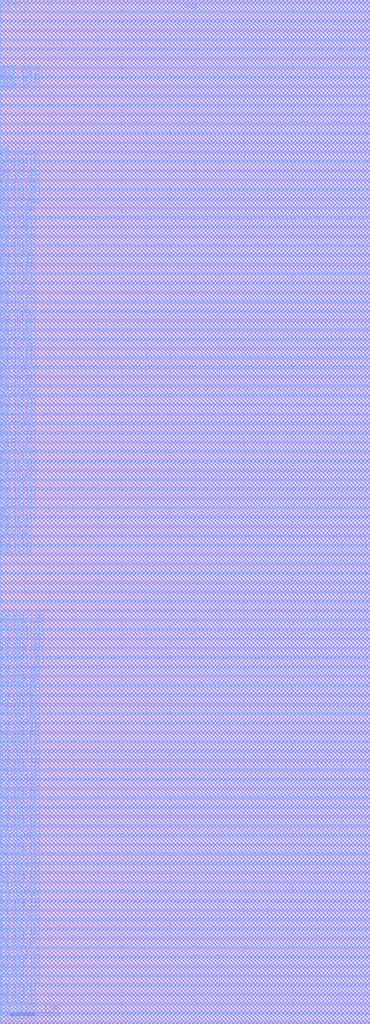
<source format=lef>
# Generated by FakeRAM 2.0
VERSION 5.7 ;
BUSBITCHARS "[]" ;
PROPERTYDEFINITIONS
  MACRO width INTEGER ;
  MACRO depth INTEGER ;
  MACRO banks INTEGER ;
END PROPERTYDEFINITIONS
MACRO sram_asap7_116x128_1rw_upper
  PROPERTY width 116 ;
  PROPERTY depth 128 ;
  PROPERTY banks 1 ;
  FOREIGN sram_asap7_116x128_1rw_upper 0 0 ;
  SYMMETRY X Y R90 ;
  SIZE 15.200 BY 42.000 ;
  CLASS COVER ;
  PIN rd_out[0]
    DIRECTION OUTPUT ;
    USE SIGNAL ;
    SHAPE ABUTMENT ;
    PORT
      LAYER M4_m ;
      RECT 0.000 0.048 0.024 0.072 ;
    END
  END rd_out[0]
  PIN rd_out[1]
    DIRECTION OUTPUT ;
    USE SIGNAL ;
    SHAPE ABUTMENT ;
    PORT
      LAYER M4_m ;
      RECT 0.000 0.192 0.024 0.216 ;
    END
  END rd_out[1]
  PIN rd_out[2]
    DIRECTION OUTPUT ;
    USE SIGNAL ;
    SHAPE ABUTMENT ;
    PORT
      LAYER M4_m ;
      RECT 0.000 0.336 0.024 0.360 ;
    END
  END rd_out[2]
  PIN rd_out[3]
    DIRECTION OUTPUT ;
    USE SIGNAL ;
    SHAPE ABUTMENT ;
    PORT
      LAYER M4_m ;
      RECT 0.000 0.480 0.024 0.504 ;
    END
  END rd_out[3]
  PIN rd_out[4]
    DIRECTION OUTPUT ;
    USE SIGNAL ;
    SHAPE ABUTMENT ;
    PORT
      LAYER M4_m ;
      RECT 0.000 0.624 0.024 0.648 ;
    END
  END rd_out[4]
  PIN rd_out[5]
    DIRECTION OUTPUT ;
    USE SIGNAL ;
    SHAPE ABUTMENT ;
    PORT
      LAYER M4_m ;
      RECT 0.000 0.768 0.024 0.792 ;
    END
  END rd_out[5]
  PIN rd_out[6]
    DIRECTION OUTPUT ;
    USE SIGNAL ;
    SHAPE ABUTMENT ;
    PORT
      LAYER M4_m ;
      RECT 0.000 0.912 0.024 0.936 ;
    END
  END rd_out[6]
  PIN rd_out[7]
    DIRECTION OUTPUT ;
    USE SIGNAL ;
    SHAPE ABUTMENT ;
    PORT
      LAYER M4_m ;
      RECT 0.000 1.056 0.024 1.080 ;
    END
  END rd_out[7]
  PIN rd_out[8]
    DIRECTION OUTPUT ;
    USE SIGNAL ;
    SHAPE ABUTMENT ;
    PORT
      LAYER M4_m ;
      RECT 0.000 1.200 0.024 1.224 ;
    END
  END rd_out[8]
  PIN rd_out[9]
    DIRECTION OUTPUT ;
    USE SIGNAL ;
    SHAPE ABUTMENT ;
    PORT
      LAYER M4_m ;
      RECT 0.000 1.344 0.024 1.368 ;
    END
  END rd_out[9]
  PIN rd_out[10]
    DIRECTION OUTPUT ;
    USE SIGNAL ;
    SHAPE ABUTMENT ;
    PORT
      LAYER M4_m ;
      RECT 0.000 1.488 0.024 1.512 ;
    END
  END rd_out[10]
  PIN rd_out[11]
    DIRECTION OUTPUT ;
    USE SIGNAL ;
    SHAPE ABUTMENT ;
    PORT
      LAYER M4_m ;
      RECT 0.000 1.632 0.024 1.656 ;
    END
  END rd_out[11]
  PIN rd_out[12]
    DIRECTION OUTPUT ;
    USE SIGNAL ;
    SHAPE ABUTMENT ;
    PORT
      LAYER M4_m ;
      RECT 0.000 1.776 0.024 1.800 ;
    END
  END rd_out[12]
  PIN rd_out[13]
    DIRECTION OUTPUT ;
    USE SIGNAL ;
    SHAPE ABUTMENT ;
    PORT
      LAYER M4_m ;
      RECT 0.000 1.920 0.024 1.944 ;
    END
  END rd_out[13]
  PIN rd_out[14]
    DIRECTION OUTPUT ;
    USE SIGNAL ;
    SHAPE ABUTMENT ;
    PORT
      LAYER M4_m ;
      RECT 0.000 2.064 0.024 2.088 ;
    END
  END rd_out[14]
  PIN rd_out[15]
    DIRECTION OUTPUT ;
    USE SIGNAL ;
    SHAPE ABUTMENT ;
    PORT
      LAYER M4_m ;
      RECT 0.000 2.208 0.024 2.232 ;
    END
  END rd_out[15]
  PIN rd_out[16]
    DIRECTION OUTPUT ;
    USE SIGNAL ;
    SHAPE ABUTMENT ;
    PORT
      LAYER M4_m ;
      RECT 0.000 2.352 0.024 2.376 ;
    END
  END rd_out[16]
  PIN rd_out[17]
    DIRECTION OUTPUT ;
    USE SIGNAL ;
    SHAPE ABUTMENT ;
    PORT
      LAYER M4_m ;
      RECT 0.000 2.496 0.024 2.520 ;
    END
  END rd_out[17]
  PIN rd_out[18]
    DIRECTION OUTPUT ;
    USE SIGNAL ;
    SHAPE ABUTMENT ;
    PORT
      LAYER M4_m ;
      RECT 0.000 2.640 0.024 2.664 ;
    END
  END rd_out[18]
  PIN rd_out[19]
    DIRECTION OUTPUT ;
    USE SIGNAL ;
    SHAPE ABUTMENT ;
    PORT
      LAYER M4_m ;
      RECT 0.000 2.784 0.024 2.808 ;
    END
  END rd_out[19]
  PIN rd_out[20]
    DIRECTION OUTPUT ;
    USE SIGNAL ;
    SHAPE ABUTMENT ;
    PORT
      LAYER M4_m ;
      RECT 0.000 2.928 0.024 2.952 ;
    END
  END rd_out[20]
  PIN rd_out[21]
    DIRECTION OUTPUT ;
    USE SIGNAL ;
    SHAPE ABUTMENT ;
    PORT
      LAYER M4_m ;
      RECT 0.000 3.072 0.024 3.096 ;
    END
  END rd_out[21]
  PIN rd_out[22]
    DIRECTION OUTPUT ;
    USE SIGNAL ;
    SHAPE ABUTMENT ;
    PORT
      LAYER M4_m ;
      RECT 0.000 3.216 0.024 3.240 ;
    END
  END rd_out[22]
  PIN rd_out[23]
    DIRECTION OUTPUT ;
    USE SIGNAL ;
    SHAPE ABUTMENT ;
    PORT
      LAYER M4_m ;
      RECT 0.000 3.360 0.024 3.384 ;
    END
  END rd_out[23]
  PIN rd_out[24]
    DIRECTION OUTPUT ;
    USE SIGNAL ;
    SHAPE ABUTMENT ;
    PORT
      LAYER M4_m ;
      RECT 0.000 3.504 0.024 3.528 ;
    END
  END rd_out[24]
  PIN rd_out[25]
    DIRECTION OUTPUT ;
    USE SIGNAL ;
    SHAPE ABUTMENT ;
    PORT
      LAYER M4_m ;
      RECT 0.000 3.648 0.024 3.672 ;
    END
  END rd_out[25]
  PIN rd_out[26]
    DIRECTION OUTPUT ;
    USE SIGNAL ;
    SHAPE ABUTMENT ;
    PORT
      LAYER M4_m ;
      RECT 0.000 3.792 0.024 3.816 ;
    END
  END rd_out[26]
  PIN rd_out[27]
    DIRECTION OUTPUT ;
    USE SIGNAL ;
    SHAPE ABUTMENT ;
    PORT
      LAYER M4_m ;
      RECT 0.000 3.936 0.024 3.960 ;
    END
  END rd_out[27]
  PIN rd_out[28]
    DIRECTION OUTPUT ;
    USE SIGNAL ;
    SHAPE ABUTMENT ;
    PORT
      LAYER M4_m ;
      RECT 0.000 4.080 0.024 4.104 ;
    END
  END rd_out[28]
  PIN rd_out[29]
    DIRECTION OUTPUT ;
    USE SIGNAL ;
    SHAPE ABUTMENT ;
    PORT
      LAYER M4_m ;
      RECT 0.000 4.224 0.024 4.248 ;
    END
  END rd_out[29]
  PIN rd_out[30]
    DIRECTION OUTPUT ;
    USE SIGNAL ;
    SHAPE ABUTMENT ;
    PORT
      LAYER M4_m ;
      RECT 0.000 4.368 0.024 4.392 ;
    END
  END rd_out[30]
  PIN rd_out[31]
    DIRECTION OUTPUT ;
    USE SIGNAL ;
    SHAPE ABUTMENT ;
    PORT
      LAYER M4_m ;
      RECT 0.000 4.512 0.024 4.536 ;
    END
  END rd_out[31]
  PIN rd_out[32]
    DIRECTION OUTPUT ;
    USE SIGNAL ;
    SHAPE ABUTMENT ;
    PORT
      LAYER M4_m ;
      RECT 0.000 4.656 0.024 4.680 ;
    END
  END rd_out[32]
  PIN rd_out[33]
    DIRECTION OUTPUT ;
    USE SIGNAL ;
    SHAPE ABUTMENT ;
    PORT
      LAYER M4_m ;
      RECT 0.000 4.800 0.024 4.824 ;
    END
  END rd_out[33]
  PIN rd_out[34]
    DIRECTION OUTPUT ;
    USE SIGNAL ;
    SHAPE ABUTMENT ;
    PORT
      LAYER M4_m ;
      RECT 0.000 4.944 0.024 4.968 ;
    END
  END rd_out[34]
  PIN rd_out[35]
    DIRECTION OUTPUT ;
    USE SIGNAL ;
    SHAPE ABUTMENT ;
    PORT
      LAYER M4_m ;
      RECT 0.000 5.088 0.024 5.112 ;
    END
  END rd_out[35]
  PIN rd_out[36]
    DIRECTION OUTPUT ;
    USE SIGNAL ;
    SHAPE ABUTMENT ;
    PORT
      LAYER M4_m ;
      RECT 0.000 5.232 0.024 5.256 ;
    END
  END rd_out[36]
  PIN rd_out[37]
    DIRECTION OUTPUT ;
    USE SIGNAL ;
    SHAPE ABUTMENT ;
    PORT
      LAYER M4_m ;
      RECT 0.000 5.376 0.024 5.400 ;
    END
  END rd_out[37]
  PIN rd_out[38]
    DIRECTION OUTPUT ;
    USE SIGNAL ;
    SHAPE ABUTMENT ;
    PORT
      LAYER M4_m ;
      RECT 0.000 5.520 0.024 5.544 ;
    END
  END rd_out[38]
  PIN rd_out[39]
    DIRECTION OUTPUT ;
    USE SIGNAL ;
    SHAPE ABUTMENT ;
    PORT
      LAYER M4_m ;
      RECT 0.000 5.664 0.024 5.688 ;
    END
  END rd_out[39]
  PIN rd_out[40]
    DIRECTION OUTPUT ;
    USE SIGNAL ;
    SHAPE ABUTMENT ;
    PORT
      LAYER M4_m ;
      RECT 0.000 5.808 0.024 5.832 ;
    END
  END rd_out[40]
  PIN rd_out[41]
    DIRECTION OUTPUT ;
    USE SIGNAL ;
    SHAPE ABUTMENT ;
    PORT
      LAYER M4_m ;
      RECT 0.000 5.952 0.024 5.976 ;
    END
  END rd_out[41]
  PIN rd_out[42]
    DIRECTION OUTPUT ;
    USE SIGNAL ;
    SHAPE ABUTMENT ;
    PORT
      LAYER M4_m ;
      RECT 0.000 6.096 0.024 6.120 ;
    END
  END rd_out[42]
  PIN rd_out[43]
    DIRECTION OUTPUT ;
    USE SIGNAL ;
    SHAPE ABUTMENT ;
    PORT
      LAYER M4_m ;
      RECT 0.000 6.240 0.024 6.264 ;
    END
  END rd_out[43]
  PIN rd_out[44]
    DIRECTION OUTPUT ;
    USE SIGNAL ;
    SHAPE ABUTMENT ;
    PORT
      LAYER M4_m ;
      RECT 0.000 6.384 0.024 6.408 ;
    END
  END rd_out[44]
  PIN rd_out[45]
    DIRECTION OUTPUT ;
    USE SIGNAL ;
    SHAPE ABUTMENT ;
    PORT
      LAYER M4_m ;
      RECT 0.000 6.528 0.024 6.552 ;
    END
  END rd_out[45]
  PIN rd_out[46]
    DIRECTION OUTPUT ;
    USE SIGNAL ;
    SHAPE ABUTMENT ;
    PORT
      LAYER M4_m ;
      RECT 0.000 6.672 0.024 6.696 ;
    END
  END rd_out[46]
  PIN rd_out[47]
    DIRECTION OUTPUT ;
    USE SIGNAL ;
    SHAPE ABUTMENT ;
    PORT
      LAYER M4_m ;
      RECT 0.000 6.816 0.024 6.840 ;
    END
  END rd_out[47]
  PIN rd_out[48]
    DIRECTION OUTPUT ;
    USE SIGNAL ;
    SHAPE ABUTMENT ;
    PORT
      LAYER M4_m ;
      RECT 0.000 6.960 0.024 6.984 ;
    END
  END rd_out[48]
  PIN rd_out[49]
    DIRECTION OUTPUT ;
    USE SIGNAL ;
    SHAPE ABUTMENT ;
    PORT
      LAYER M4_m ;
      RECT 0.000 7.104 0.024 7.128 ;
    END
  END rd_out[49]
  PIN rd_out[50]
    DIRECTION OUTPUT ;
    USE SIGNAL ;
    SHAPE ABUTMENT ;
    PORT
      LAYER M4_m ;
      RECT 0.000 7.248 0.024 7.272 ;
    END
  END rd_out[50]
  PIN rd_out[51]
    DIRECTION OUTPUT ;
    USE SIGNAL ;
    SHAPE ABUTMENT ;
    PORT
      LAYER M4_m ;
      RECT 0.000 7.392 0.024 7.416 ;
    END
  END rd_out[51]
  PIN rd_out[52]
    DIRECTION OUTPUT ;
    USE SIGNAL ;
    SHAPE ABUTMENT ;
    PORT
      LAYER M4_m ;
      RECT 0.000 7.536 0.024 7.560 ;
    END
  END rd_out[52]
  PIN rd_out[53]
    DIRECTION OUTPUT ;
    USE SIGNAL ;
    SHAPE ABUTMENT ;
    PORT
      LAYER M4_m ;
      RECT 0.000 7.680 0.024 7.704 ;
    END
  END rd_out[53]
  PIN rd_out[54]
    DIRECTION OUTPUT ;
    USE SIGNAL ;
    SHAPE ABUTMENT ;
    PORT
      LAYER M4_m ;
      RECT 0.000 7.824 0.024 7.848 ;
    END
  END rd_out[54]
  PIN rd_out[55]
    DIRECTION OUTPUT ;
    USE SIGNAL ;
    SHAPE ABUTMENT ;
    PORT
      LAYER M4_m ;
      RECT 0.000 7.968 0.024 7.992 ;
    END
  END rd_out[55]
  PIN rd_out[56]
    DIRECTION OUTPUT ;
    USE SIGNAL ;
    SHAPE ABUTMENT ;
    PORT
      LAYER M4_m ;
      RECT 0.000 8.112 0.024 8.136 ;
    END
  END rd_out[56]
  PIN rd_out[57]
    DIRECTION OUTPUT ;
    USE SIGNAL ;
    SHAPE ABUTMENT ;
    PORT
      LAYER M4_m ;
      RECT 0.000 8.256 0.024 8.280 ;
    END
  END rd_out[57]
  PIN rd_out[58]
    DIRECTION OUTPUT ;
    USE SIGNAL ;
    SHAPE ABUTMENT ;
    PORT
      LAYER M4_m ;
      RECT 0.000 8.400 0.024 8.424 ;
    END
  END rd_out[58]
  PIN rd_out[59]
    DIRECTION OUTPUT ;
    USE SIGNAL ;
    SHAPE ABUTMENT ;
    PORT
      LAYER M4_m ;
      RECT 0.000 8.544 0.024 8.568 ;
    END
  END rd_out[59]
  PIN rd_out[60]
    DIRECTION OUTPUT ;
    USE SIGNAL ;
    SHAPE ABUTMENT ;
    PORT
      LAYER M4_m ;
      RECT 0.000 8.688 0.024 8.712 ;
    END
  END rd_out[60]
  PIN rd_out[61]
    DIRECTION OUTPUT ;
    USE SIGNAL ;
    SHAPE ABUTMENT ;
    PORT
      LAYER M4_m ;
      RECT 0.000 8.832 0.024 8.856 ;
    END
  END rd_out[61]
  PIN rd_out[62]
    DIRECTION OUTPUT ;
    USE SIGNAL ;
    SHAPE ABUTMENT ;
    PORT
      LAYER M4_m ;
      RECT 0.000 8.976 0.024 9.000 ;
    END
  END rd_out[62]
  PIN rd_out[63]
    DIRECTION OUTPUT ;
    USE SIGNAL ;
    SHAPE ABUTMENT ;
    PORT
      LAYER M4_m ;
      RECT 0.000 9.120 0.024 9.144 ;
    END
  END rd_out[63]
  PIN rd_out[64]
    DIRECTION OUTPUT ;
    USE SIGNAL ;
    SHAPE ABUTMENT ;
    PORT
      LAYER M4_m ;
      RECT 0.000 9.264 0.024 9.288 ;
    END
  END rd_out[64]
  PIN rd_out[65]
    DIRECTION OUTPUT ;
    USE SIGNAL ;
    SHAPE ABUTMENT ;
    PORT
      LAYER M4_m ;
      RECT 0.000 9.408 0.024 9.432 ;
    END
  END rd_out[65]
  PIN rd_out[66]
    DIRECTION OUTPUT ;
    USE SIGNAL ;
    SHAPE ABUTMENT ;
    PORT
      LAYER M4_m ;
      RECT 0.000 9.552 0.024 9.576 ;
    END
  END rd_out[66]
  PIN rd_out[67]
    DIRECTION OUTPUT ;
    USE SIGNAL ;
    SHAPE ABUTMENT ;
    PORT
      LAYER M4_m ;
      RECT 0.000 9.696 0.024 9.720 ;
    END
  END rd_out[67]
  PIN rd_out[68]
    DIRECTION OUTPUT ;
    USE SIGNAL ;
    SHAPE ABUTMENT ;
    PORT
      LAYER M4_m ;
      RECT 0.000 9.840 0.024 9.864 ;
    END
  END rd_out[68]
  PIN rd_out[69]
    DIRECTION OUTPUT ;
    USE SIGNAL ;
    SHAPE ABUTMENT ;
    PORT
      LAYER M4_m ;
      RECT 0.000 9.984 0.024 10.008 ;
    END
  END rd_out[69]
  PIN rd_out[70]
    DIRECTION OUTPUT ;
    USE SIGNAL ;
    SHAPE ABUTMENT ;
    PORT
      LAYER M4_m ;
      RECT 0.000 10.128 0.024 10.152 ;
    END
  END rd_out[70]
  PIN rd_out[71]
    DIRECTION OUTPUT ;
    USE SIGNAL ;
    SHAPE ABUTMENT ;
    PORT
      LAYER M4_m ;
      RECT 0.000 10.272 0.024 10.296 ;
    END
  END rd_out[71]
  PIN rd_out[72]
    DIRECTION OUTPUT ;
    USE SIGNAL ;
    SHAPE ABUTMENT ;
    PORT
      LAYER M4_m ;
      RECT 0.000 10.416 0.024 10.440 ;
    END
  END rd_out[72]
  PIN rd_out[73]
    DIRECTION OUTPUT ;
    USE SIGNAL ;
    SHAPE ABUTMENT ;
    PORT
      LAYER M4_m ;
      RECT 0.000 10.560 0.024 10.584 ;
    END
  END rd_out[73]
  PIN rd_out[74]
    DIRECTION OUTPUT ;
    USE SIGNAL ;
    SHAPE ABUTMENT ;
    PORT
      LAYER M4_m ;
      RECT 0.000 10.704 0.024 10.728 ;
    END
  END rd_out[74]
  PIN rd_out[75]
    DIRECTION OUTPUT ;
    USE SIGNAL ;
    SHAPE ABUTMENT ;
    PORT
      LAYER M4_m ;
      RECT 0.000 10.848 0.024 10.872 ;
    END
  END rd_out[75]
  PIN rd_out[76]
    DIRECTION OUTPUT ;
    USE SIGNAL ;
    SHAPE ABUTMENT ;
    PORT
      LAYER M4_m ;
      RECT 0.000 10.992 0.024 11.016 ;
    END
  END rd_out[76]
  PIN rd_out[77]
    DIRECTION OUTPUT ;
    USE SIGNAL ;
    SHAPE ABUTMENT ;
    PORT
      LAYER M4_m ;
      RECT 0.000 11.136 0.024 11.160 ;
    END
  END rd_out[77]
  PIN rd_out[78]
    DIRECTION OUTPUT ;
    USE SIGNAL ;
    SHAPE ABUTMENT ;
    PORT
      LAYER M4_m ;
      RECT 0.000 11.280 0.024 11.304 ;
    END
  END rd_out[78]
  PIN rd_out[79]
    DIRECTION OUTPUT ;
    USE SIGNAL ;
    SHAPE ABUTMENT ;
    PORT
      LAYER M4_m ;
      RECT 0.000 11.424 0.024 11.448 ;
    END
  END rd_out[79]
  PIN rd_out[80]
    DIRECTION OUTPUT ;
    USE SIGNAL ;
    SHAPE ABUTMENT ;
    PORT
      LAYER M4_m ;
      RECT 0.000 11.568 0.024 11.592 ;
    END
  END rd_out[80]
  PIN rd_out[81]
    DIRECTION OUTPUT ;
    USE SIGNAL ;
    SHAPE ABUTMENT ;
    PORT
      LAYER M4_m ;
      RECT 0.000 11.712 0.024 11.736 ;
    END
  END rd_out[81]
  PIN rd_out[82]
    DIRECTION OUTPUT ;
    USE SIGNAL ;
    SHAPE ABUTMENT ;
    PORT
      LAYER M4_m ;
      RECT 0.000 11.856 0.024 11.880 ;
    END
  END rd_out[82]
  PIN rd_out[83]
    DIRECTION OUTPUT ;
    USE SIGNAL ;
    SHAPE ABUTMENT ;
    PORT
      LAYER M4_m ;
      RECT 0.000 12.000 0.024 12.024 ;
    END
  END rd_out[83]
  PIN rd_out[84]
    DIRECTION OUTPUT ;
    USE SIGNAL ;
    SHAPE ABUTMENT ;
    PORT
      LAYER M4_m ;
      RECT 0.000 12.144 0.024 12.168 ;
    END
  END rd_out[84]
  PIN rd_out[85]
    DIRECTION OUTPUT ;
    USE SIGNAL ;
    SHAPE ABUTMENT ;
    PORT
      LAYER M4_m ;
      RECT 0.000 12.288 0.024 12.312 ;
    END
  END rd_out[85]
  PIN rd_out[86]
    DIRECTION OUTPUT ;
    USE SIGNAL ;
    SHAPE ABUTMENT ;
    PORT
      LAYER M4_m ;
      RECT 0.000 12.432 0.024 12.456 ;
    END
  END rd_out[86]
  PIN rd_out[87]
    DIRECTION OUTPUT ;
    USE SIGNAL ;
    SHAPE ABUTMENT ;
    PORT
      LAYER M4_m ;
      RECT 0.000 12.576 0.024 12.600 ;
    END
  END rd_out[87]
  PIN rd_out[88]
    DIRECTION OUTPUT ;
    USE SIGNAL ;
    SHAPE ABUTMENT ;
    PORT
      LAYER M4_m ;
      RECT 0.000 12.720 0.024 12.744 ;
    END
  END rd_out[88]
  PIN rd_out[89]
    DIRECTION OUTPUT ;
    USE SIGNAL ;
    SHAPE ABUTMENT ;
    PORT
      LAYER M4_m ;
      RECT 0.000 12.864 0.024 12.888 ;
    END
  END rd_out[89]
  PIN rd_out[90]
    DIRECTION OUTPUT ;
    USE SIGNAL ;
    SHAPE ABUTMENT ;
    PORT
      LAYER M4_m ;
      RECT 0.000 13.008 0.024 13.032 ;
    END
  END rd_out[90]
  PIN rd_out[91]
    DIRECTION OUTPUT ;
    USE SIGNAL ;
    SHAPE ABUTMENT ;
    PORT
      LAYER M4_m ;
      RECT 0.000 13.152 0.024 13.176 ;
    END
  END rd_out[91]
  PIN rd_out[92]
    DIRECTION OUTPUT ;
    USE SIGNAL ;
    SHAPE ABUTMENT ;
    PORT
      LAYER M4_m ;
      RECT 0.000 13.296 0.024 13.320 ;
    END
  END rd_out[92]
  PIN rd_out[93]
    DIRECTION OUTPUT ;
    USE SIGNAL ;
    SHAPE ABUTMENT ;
    PORT
      LAYER M4_m ;
      RECT 0.000 13.440 0.024 13.464 ;
    END
  END rd_out[93]
  PIN rd_out[94]
    DIRECTION OUTPUT ;
    USE SIGNAL ;
    SHAPE ABUTMENT ;
    PORT
      LAYER M4_m ;
      RECT 0.000 13.584 0.024 13.608 ;
    END
  END rd_out[94]
  PIN rd_out[95]
    DIRECTION OUTPUT ;
    USE SIGNAL ;
    SHAPE ABUTMENT ;
    PORT
      LAYER M4_m ;
      RECT 0.000 13.728 0.024 13.752 ;
    END
  END rd_out[95]
  PIN rd_out[96]
    DIRECTION OUTPUT ;
    USE SIGNAL ;
    SHAPE ABUTMENT ;
    PORT
      LAYER M4_m ;
      RECT 0.000 13.872 0.024 13.896 ;
    END
  END rd_out[96]
  PIN rd_out[97]
    DIRECTION OUTPUT ;
    USE SIGNAL ;
    SHAPE ABUTMENT ;
    PORT
      LAYER M4_m ;
      RECT 0.000 14.016 0.024 14.040 ;
    END
  END rd_out[97]
  PIN rd_out[98]
    DIRECTION OUTPUT ;
    USE SIGNAL ;
    SHAPE ABUTMENT ;
    PORT
      LAYER M4_m ;
      RECT 0.000 14.160 0.024 14.184 ;
    END
  END rd_out[98]
  PIN rd_out[99]
    DIRECTION OUTPUT ;
    USE SIGNAL ;
    SHAPE ABUTMENT ;
    PORT
      LAYER M4_m ;
      RECT 0.000 14.304 0.024 14.328 ;
    END
  END rd_out[99]
  PIN rd_out[100]
    DIRECTION OUTPUT ;
    USE SIGNAL ;
    SHAPE ABUTMENT ;
    PORT
      LAYER M4_m ;
      RECT 0.000 14.448 0.024 14.472 ;
    END
  END rd_out[100]
  PIN rd_out[101]
    DIRECTION OUTPUT ;
    USE SIGNAL ;
    SHAPE ABUTMENT ;
    PORT
      LAYER M4_m ;
      RECT 0.000 14.592 0.024 14.616 ;
    END
  END rd_out[101]
  PIN rd_out[102]
    DIRECTION OUTPUT ;
    USE SIGNAL ;
    SHAPE ABUTMENT ;
    PORT
      LAYER M4_m ;
      RECT 0.000 14.736 0.024 14.760 ;
    END
  END rd_out[102]
  PIN rd_out[103]
    DIRECTION OUTPUT ;
    USE SIGNAL ;
    SHAPE ABUTMENT ;
    PORT
      LAYER M4_m ;
      RECT 0.000 14.880 0.024 14.904 ;
    END
  END rd_out[103]
  PIN rd_out[104]
    DIRECTION OUTPUT ;
    USE SIGNAL ;
    SHAPE ABUTMENT ;
    PORT
      LAYER M4_m ;
      RECT 0.000 15.024 0.024 15.048 ;
    END
  END rd_out[104]
  PIN rd_out[105]
    DIRECTION OUTPUT ;
    USE SIGNAL ;
    SHAPE ABUTMENT ;
    PORT
      LAYER M4_m ;
      RECT 0.000 15.168 0.024 15.192 ;
    END
  END rd_out[105]
  PIN rd_out[106]
    DIRECTION OUTPUT ;
    USE SIGNAL ;
    SHAPE ABUTMENT ;
    PORT
      LAYER M4_m ;
      RECT 0.000 15.312 0.024 15.336 ;
    END
  END rd_out[106]
  PIN rd_out[107]
    DIRECTION OUTPUT ;
    USE SIGNAL ;
    SHAPE ABUTMENT ;
    PORT
      LAYER M4_m ;
      RECT 0.000 15.456 0.024 15.480 ;
    END
  END rd_out[107]
  PIN rd_out[108]
    DIRECTION OUTPUT ;
    USE SIGNAL ;
    SHAPE ABUTMENT ;
    PORT
      LAYER M4_m ;
      RECT 0.000 15.600 0.024 15.624 ;
    END
  END rd_out[108]
  PIN rd_out[109]
    DIRECTION OUTPUT ;
    USE SIGNAL ;
    SHAPE ABUTMENT ;
    PORT
      LAYER M4_m ;
      RECT 0.000 15.744 0.024 15.768 ;
    END
  END rd_out[109]
  PIN rd_out[110]
    DIRECTION OUTPUT ;
    USE SIGNAL ;
    SHAPE ABUTMENT ;
    PORT
      LAYER M4_m ;
      RECT 0.000 15.888 0.024 15.912 ;
    END
  END rd_out[110]
  PIN rd_out[111]
    DIRECTION OUTPUT ;
    USE SIGNAL ;
    SHAPE ABUTMENT ;
    PORT
      LAYER M4_m ;
      RECT 0.000 16.032 0.024 16.056 ;
    END
  END rd_out[111]
  PIN rd_out[112]
    DIRECTION OUTPUT ;
    USE SIGNAL ;
    SHAPE ABUTMENT ;
    PORT
      LAYER M4_m ;
      RECT 0.000 16.176 0.024 16.200 ;
    END
  END rd_out[112]
  PIN rd_out[113]
    DIRECTION OUTPUT ;
    USE SIGNAL ;
    SHAPE ABUTMENT ;
    PORT
      LAYER M4_m ;
      RECT 0.000 16.320 0.024 16.344 ;
    END
  END rd_out[113]
  PIN rd_out[114]
    DIRECTION OUTPUT ;
    USE SIGNAL ;
    SHAPE ABUTMENT ;
    PORT
      LAYER M4_m ;
      RECT 0.000 16.464 0.024 16.488 ;
    END
  END rd_out[114]
  PIN rd_out[115]
    DIRECTION OUTPUT ;
    USE SIGNAL ;
    SHAPE ABUTMENT ;
    PORT
      LAYER M4_m ;
      RECT 0.000 16.608 0.024 16.632 ;
    END
  END rd_out[115]
  PIN wd_in[0]
    DIRECTION INPUT ;
    USE SIGNAL ;
    SHAPE ABUTMENT ;
    PORT
      LAYER M4_m ;
      RECT 0.000 19.104 0.024 19.128 ;
    END
  END wd_in[0]
  PIN wd_in[1]
    DIRECTION INPUT ;
    USE SIGNAL ;
    SHAPE ABUTMENT ;
    PORT
      LAYER M4_m ;
      RECT 0.000 19.248 0.024 19.272 ;
    END
  END wd_in[1]
  PIN wd_in[2]
    DIRECTION INPUT ;
    USE SIGNAL ;
    SHAPE ABUTMENT ;
    PORT
      LAYER M4_m ;
      RECT 0.000 19.392 0.024 19.416 ;
    END
  END wd_in[2]
  PIN wd_in[3]
    DIRECTION INPUT ;
    USE SIGNAL ;
    SHAPE ABUTMENT ;
    PORT
      LAYER M4_m ;
      RECT 0.000 19.536 0.024 19.560 ;
    END
  END wd_in[3]
  PIN wd_in[4]
    DIRECTION INPUT ;
    USE SIGNAL ;
    SHAPE ABUTMENT ;
    PORT
      LAYER M4_m ;
      RECT 0.000 19.680 0.024 19.704 ;
    END
  END wd_in[4]
  PIN wd_in[5]
    DIRECTION INPUT ;
    USE SIGNAL ;
    SHAPE ABUTMENT ;
    PORT
      LAYER M4_m ;
      RECT 0.000 19.824 0.024 19.848 ;
    END
  END wd_in[5]
  PIN wd_in[6]
    DIRECTION INPUT ;
    USE SIGNAL ;
    SHAPE ABUTMENT ;
    PORT
      LAYER M4_m ;
      RECT 0.000 19.968 0.024 19.992 ;
    END
  END wd_in[6]
  PIN wd_in[7]
    DIRECTION INPUT ;
    USE SIGNAL ;
    SHAPE ABUTMENT ;
    PORT
      LAYER M4_m ;
      RECT 0.000 20.112 0.024 20.136 ;
    END
  END wd_in[7]
  PIN wd_in[8]
    DIRECTION INPUT ;
    USE SIGNAL ;
    SHAPE ABUTMENT ;
    PORT
      LAYER M4_m ;
      RECT 0.000 20.256 0.024 20.280 ;
    END
  END wd_in[8]
  PIN wd_in[9]
    DIRECTION INPUT ;
    USE SIGNAL ;
    SHAPE ABUTMENT ;
    PORT
      LAYER M4_m ;
      RECT 0.000 20.400 0.024 20.424 ;
    END
  END wd_in[9]
  PIN wd_in[10]
    DIRECTION INPUT ;
    USE SIGNAL ;
    SHAPE ABUTMENT ;
    PORT
      LAYER M4_m ;
      RECT 0.000 20.544 0.024 20.568 ;
    END
  END wd_in[10]
  PIN wd_in[11]
    DIRECTION INPUT ;
    USE SIGNAL ;
    SHAPE ABUTMENT ;
    PORT
      LAYER M4_m ;
      RECT 0.000 20.688 0.024 20.712 ;
    END
  END wd_in[11]
  PIN wd_in[12]
    DIRECTION INPUT ;
    USE SIGNAL ;
    SHAPE ABUTMENT ;
    PORT
      LAYER M4_m ;
      RECT 0.000 20.832 0.024 20.856 ;
    END
  END wd_in[12]
  PIN wd_in[13]
    DIRECTION INPUT ;
    USE SIGNAL ;
    SHAPE ABUTMENT ;
    PORT
      LAYER M4_m ;
      RECT 0.000 20.976 0.024 21.000 ;
    END
  END wd_in[13]
  PIN wd_in[14]
    DIRECTION INPUT ;
    USE SIGNAL ;
    SHAPE ABUTMENT ;
    PORT
      LAYER M4_m ;
      RECT 0.000 21.120 0.024 21.144 ;
    END
  END wd_in[14]
  PIN wd_in[15]
    DIRECTION INPUT ;
    USE SIGNAL ;
    SHAPE ABUTMENT ;
    PORT
      LAYER M4_m ;
      RECT 0.000 21.264 0.024 21.288 ;
    END
  END wd_in[15]
  PIN wd_in[16]
    DIRECTION INPUT ;
    USE SIGNAL ;
    SHAPE ABUTMENT ;
    PORT
      LAYER M4_m ;
      RECT 0.000 21.408 0.024 21.432 ;
    END
  END wd_in[16]
  PIN wd_in[17]
    DIRECTION INPUT ;
    USE SIGNAL ;
    SHAPE ABUTMENT ;
    PORT
      LAYER M4_m ;
      RECT 0.000 21.552 0.024 21.576 ;
    END
  END wd_in[17]
  PIN wd_in[18]
    DIRECTION INPUT ;
    USE SIGNAL ;
    SHAPE ABUTMENT ;
    PORT
      LAYER M4_m ;
      RECT 0.000 21.696 0.024 21.720 ;
    END
  END wd_in[18]
  PIN wd_in[19]
    DIRECTION INPUT ;
    USE SIGNAL ;
    SHAPE ABUTMENT ;
    PORT
      LAYER M4_m ;
      RECT 0.000 21.840 0.024 21.864 ;
    END
  END wd_in[19]
  PIN wd_in[20]
    DIRECTION INPUT ;
    USE SIGNAL ;
    SHAPE ABUTMENT ;
    PORT
      LAYER M4_m ;
      RECT 0.000 21.984 0.024 22.008 ;
    END
  END wd_in[20]
  PIN wd_in[21]
    DIRECTION INPUT ;
    USE SIGNAL ;
    SHAPE ABUTMENT ;
    PORT
      LAYER M4_m ;
      RECT 0.000 22.128 0.024 22.152 ;
    END
  END wd_in[21]
  PIN wd_in[22]
    DIRECTION INPUT ;
    USE SIGNAL ;
    SHAPE ABUTMENT ;
    PORT
      LAYER M4_m ;
      RECT 0.000 22.272 0.024 22.296 ;
    END
  END wd_in[22]
  PIN wd_in[23]
    DIRECTION INPUT ;
    USE SIGNAL ;
    SHAPE ABUTMENT ;
    PORT
      LAYER M4_m ;
      RECT 0.000 22.416 0.024 22.440 ;
    END
  END wd_in[23]
  PIN wd_in[24]
    DIRECTION INPUT ;
    USE SIGNAL ;
    SHAPE ABUTMENT ;
    PORT
      LAYER M4_m ;
      RECT 0.000 22.560 0.024 22.584 ;
    END
  END wd_in[24]
  PIN wd_in[25]
    DIRECTION INPUT ;
    USE SIGNAL ;
    SHAPE ABUTMENT ;
    PORT
      LAYER M4_m ;
      RECT 0.000 22.704 0.024 22.728 ;
    END
  END wd_in[25]
  PIN wd_in[26]
    DIRECTION INPUT ;
    USE SIGNAL ;
    SHAPE ABUTMENT ;
    PORT
      LAYER M4_m ;
      RECT 0.000 22.848 0.024 22.872 ;
    END
  END wd_in[26]
  PIN wd_in[27]
    DIRECTION INPUT ;
    USE SIGNAL ;
    SHAPE ABUTMENT ;
    PORT
      LAYER M4_m ;
      RECT 0.000 22.992 0.024 23.016 ;
    END
  END wd_in[27]
  PIN wd_in[28]
    DIRECTION INPUT ;
    USE SIGNAL ;
    SHAPE ABUTMENT ;
    PORT
      LAYER M4_m ;
      RECT 0.000 23.136 0.024 23.160 ;
    END
  END wd_in[28]
  PIN wd_in[29]
    DIRECTION INPUT ;
    USE SIGNAL ;
    SHAPE ABUTMENT ;
    PORT
      LAYER M4_m ;
      RECT 0.000 23.280 0.024 23.304 ;
    END
  END wd_in[29]
  PIN wd_in[30]
    DIRECTION INPUT ;
    USE SIGNAL ;
    SHAPE ABUTMENT ;
    PORT
      LAYER M4_m ;
      RECT 0.000 23.424 0.024 23.448 ;
    END
  END wd_in[30]
  PIN wd_in[31]
    DIRECTION INPUT ;
    USE SIGNAL ;
    SHAPE ABUTMENT ;
    PORT
      LAYER M4_m ;
      RECT 0.000 23.568 0.024 23.592 ;
    END
  END wd_in[31]
  PIN wd_in[32]
    DIRECTION INPUT ;
    USE SIGNAL ;
    SHAPE ABUTMENT ;
    PORT
      LAYER M4_m ;
      RECT 0.000 23.712 0.024 23.736 ;
    END
  END wd_in[32]
  PIN wd_in[33]
    DIRECTION INPUT ;
    USE SIGNAL ;
    SHAPE ABUTMENT ;
    PORT
      LAYER M4_m ;
      RECT 0.000 23.856 0.024 23.880 ;
    END
  END wd_in[33]
  PIN wd_in[34]
    DIRECTION INPUT ;
    USE SIGNAL ;
    SHAPE ABUTMENT ;
    PORT
      LAYER M4_m ;
      RECT 0.000 24.000 0.024 24.024 ;
    END
  END wd_in[34]
  PIN wd_in[35]
    DIRECTION INPUT ;
    USE SIGNAL ;
    SHAPE ABUTMENT ;
    PORT
      LAYER M4_m ;
      RECT 0.000 24.144 0.024 24.168 ;
    END
  END wd_in[35]
  PIN wd_in[36]
    DIRECTION INPUT ;
    USE SIGNAL ;
    SHAPE ABUTMENT ;
    PORT
      LAYER M4_m ;
      RECT 0.000 24.288 0.024 24.312 ;
    END
  END wd_in[36]
  PIN wd_in[37]
    DIRECTION INPUT ;
    USE SIGNAL ;
    SHAPE ABUTMENT ;
    PORT
      LAYER M4_m ;
      RECT 0.000 24.432 0.024 24.456 ;
    END
  END wd_in[37]
  PIN wd_in[38]
    DIRECTION INPUT ;
    USE SIGNAL ;
    SHAPE ABUTMENT ;
    PORT
      LAYER M4_m ;
      RECT 0.000 24.576 0.024 24.600 ;
    END
  END wd_in[38]
  PIN wd_in[39]
    DIRECTION INPUT ;
    USE SIGNAL ;
    SHAPE ABUTMENT ;
    PORT
      LAYER M4_m ;
      RECT 0.000 24.720 0.024 24.744 ;
    END
  END wd_in[39]
  PIN wd_in[40]
    DIRECTION INPUT ;
    USE SIGNAL ;
    SHAPE ABUTMENT ;
    PORT
      LAYER M4_m ;
      RECT 0.000 24.864 0.024 24.888 ;
    END
  END wd_in[40]
  PIN wd_in[41]
    DIRECTION INPUT ;
    USE SIGNAL ;
    SHAPE ABUTMENT ;
    PORT
      LAYER M4_m ;
      RECT 0.000 25.008 0.024 25.032 ;
    END
  END wd_in[41]
  PIN wd_in[42]
    DIRECTION INPUT ;
    USE SIGNAL ;
    SHAPE ABUTMENT ;
    PORT
      LAYER M4_m ;
      RECT 0.000 25.152 0.024 25.176 ;
    END
  END wd_in[42]
  PIN wd_in[43]
    DIRECTION INPUT ;
    USE SIGNAL ;
    SHAPE ABUTMENT ;
    PORT
      LAYER M4_m ;
      RECT 0.000 25.296 0.024 25.320 ;
    END
  END wd_in[43]
  PIN wd_in[44]
    DIRECTION INPUT ;
    USE SIGNAL ;
    SHAPE ABUTMENT ;
    PORT
      LAYER M4_m ;
      RECT 0.000 25.440 0.024 25.464 ;
    END
  END wd_in[44]
  PIN wd_in[45]
    DIRECTION INPUT ;
    USE SIGNAL ;
    SHAPE ABUTMENT ;
    PORT
      LAYER M4_m ;
      RECT 0.000 25.584 0.024 25.608 ;
    END
  END wd_in[45]
  PIN wd_in[46]
    DIRECTION INPUT ;
    USE SIGNAL ;
    SHAPE ABUTMENT ;
    PORT
      LAYER M4_m ;
      RECT 0.000 25.728 0.024 25.752 ;
    END
  END wd_in[46]
  PIN wd_in[47]
    DIRECTION INPUT ;
    USE SIGNAL ;
    SHAPE ABUTMENT ;
    PORT
      LAYER M4_m ;
      RECT 0.000 25.872 0.024 25.896 ;
    END
  END wd_in[47]
  PIN wd_in[48]
    DIRECTION INPUT ;
    USE SIGNAL ;
    SHAPE ABUTMENT ;
    PORT
      LAYER M4_m ;
      RECT 0.000 26.016 0.024 26.040 ;
    END
  END wd_in[48]
  PIN wd_in[49]
    DIRECTION INPUT ;
    USE SIGNAL ;
    SHAPE ABUTMENT ;
    PORT
      LAYER M4_m ;
      RECT 0.000 26.160 0.024 26.184 ;
    END
  END wd_in[49]
  PIN wd_in[50]
    DIRECTION INPUT ;
    USE SIGNAL ;
    SHAPE ABUTMENT ;
    PORT
      LAYER M4_m ;
      RECT 0.000 26.304 0.024 26.328 ;
    END
  END wd_in[50]
  PIN wd_in[51]
    DIRECTION INPUT ;
    USE SIGNAL ;
    SHAPE ABUTMENT ;
    PORT
      LAYER M4_m ;
      RECT 0.000 26.448 0.024 26.472 ;
    END
  END wd_in[51]
  PIN wd_in[52]
    DIRECTION INPUT ;
    USE SIGNAL ;
    SHAPE ABUTMENT ;
    PORT
      LAYER M4_m ;
      RECT 0.000 26.592 0.024 26.616 ;
    END
  END wd_in[52]
  PIN wd_in[53]
    DIRECTION INPUT ;
    USE SIGNAL ;
    SHAPE ABUTMENT ;
    PORT
      LAYER M4_m ;
      RECT 0.000 26.736 0.024 26.760 ;
    END
  END wd_in[53]
  PIN wd_in[54]
    DIRECTION INPUT ;
    USE SIGNAL ;
    SHAPE ABUTMENT ;
    PORT
      LAYER M4_m ;
      RECT 0.000 26.880 0.024 26.904 ;
    END
  END wd_in[54]
  PIN wd_in[55]
    DIRECTION INPUT ;
    USE SIGNAL ;
    SHAPE ABUTMENT ;
    PORT
      LAYER M4_m ;
      RECT 0.000 27.024 0.024 27.048 ;
    END
  END wd_in[55]
  PIN wd_in[56]
    DIRECTION INPUT ;
    USE SIGNAL ;
    SHAPE ABUTMENT ;
    PORT
      LAYER M4_m ;
      RECT 0.000 27.168 0.024 27.192 ;
    END
  END wd_in[56]
  PIN wd_in[57]
    DIRECTION INPUT ;
    USE SIGNAL ;
    SHAPE ABUTMENT ;
    PORT
      LAYER M4_m ;
      RECT 0.000 27.312 0.024 27.336 ;
    END
  END wd_in[57]
  PIN wd_in[58]
    DIRECTION INPUT ;
    USE SIGNAL ;
    SHAPE ABUTMENT ;
    PORT
      LAYER M4_m ;
      RECT 0.000 27.456 0.024 27.480 ;
    END
  END wd_in[58]
  PIN wd_in[59]
    DIRECTION INPUT ;
    USE SIGNAL ;
    SHAPE ABUTMENT ;
    PORT
      LAYER M4_m ;
      RECT 0.000 27.600 0.024 27.624 ;
    END
  END wd_in[59]
  PIN wd_in[60]
    DIRECTION INPUT ;
    USE SIGNAL ;
    SHAPE ABUTMENT ;
    PORT
      LAYER M4_m ;
      RECT 0.000 27.744 0.024 27.768 ;
    END
  END wd_in[60]
  PIN wd_in[61]
    DIRECTION INPUT ;
    USE SIGNAL ;
    SHAPE ABUTMENT ;
    PORT
      LAYER M4_m ;
      RECT 0.000 27.888 0.024 27.912 ;
    END
  END wd_in[61]
  PIN wd_in[62]
    DIRECTION INPUT ;
    USE SIGNAL ;
    SHAPE ABUTMENT ;
    PORT
      LAYER M4_m ;
      RECT 0.000 28.032 0.024 28.056 ;
    END
  END wd_in[62]
  PIN wd_in[63]
    DIRECTION INPUT ;
    USE SIGNAL ;
    SHAPE ABUTMENT ;
    PORT
      LAYER M4_m ;
      RECT 0.000 28.176 0.024 28.200 ;
    END
  END wd_in[63]
  PIN wd_in[64]
    DIRECTION INPUT ;
    USE SIGNAL ;
    SHAPE ABUTMENT ;
    PORT
      LAYER M4_m ;
      RECT 0.000 28.320 0.024 28.344 ;
    END
  END wd_in[64]
  PIN wd_in[65]
    DIRECTION INPUT ;
    USE SIGNAL ;
    SHAPE ABUTMENT ;
    PORT
      LAYER M4_m ;
      RECT 0.000 28.464 0.024 28.488 ;
    END
  END wd_in[65]
  PIN wd_in[66]
    DIRECTION INPUT ;
    USE SIGNAL ;
    SHAPE ABUTMENT ;
    PORT
      LAYER M4_m ;
      RECT 0.000 28.608 0.024 28.632 ;
    END
  END wd_in[66]
  PIN wd_in[67]
    DIRECTION INPUT ;
    USE SIGNAL ;
    SHAPE ABUTMENT ;
    PORT
      LAYER M4_m ;
      RECT 0.000 28.752 0.024 28.776 ;
    END
  END wd_in[67]
  PIN wd_in[68]
    DIRECTION INPUT ;
    USE SIGNAL ;
    SHAPE ABUTMENT ;
    PORT
      LAYER M4_m ;
      RECT 0.000 28.896 0.024 28.920 ;
    END
  END wd_in[68]
  PIN wd_in[69]
    DIRECTION INPUT ;
    USE SIGNAL ;
    SHAPE ABUTMENT ;
    PORT
      LAYER M4_m ;
      RECT 0.000 29.040 0.024 29.064 ;
    END
  END wd_in[69]
  PIN wd_in[70]
    DIRECTION INPUT ;
    USE SIGNAL ;
    SHAPE ABUTMENT ;
    PORT
      LAYER M4_m ;
      RECT 0.000 29.184 0.024 29.208 ;
    END
  END wd_in[70]
  PIN wd_in[71]
    DIRECTION INPUT ;
    USE SIGNAL ;
    SHAPE ABUTMENT ;
    PORT
      LAYER M4_m ;
      RECT 0.000 29.328 0.024 29.352 ;
    END
  END wd_in[71]
  PIN wd_in[72]
    DIRECTION INPUT ;
    USE SIGNAL ;
    SHAPE ABUTMENT ;
    PORT
      LAYER M4_m ;
      RECT 0.000 29.472 0.024 29.496 ;
    END
  END wd_in[72]
  PIN wd_in[73]
    DIRECTION INPUT ;
    USE SIGNAL ;
    SHAPE ABUTMENT ;
    PORT
      LAYER M4_m ;
      RECT 0.000 29.616 0.024 29.640 ;
    END
  END wd_in[73]
  PIN wd_in[74]
    DIRECTION INPUT ;
    USE SIGNAL ;
    SHAPE ABUTMENT ;
    PORT
      LAYER M4_m ;
      RECT 0.000 29.760 0.024 29.784 ;
    END
  END wd_in[74]
  PIN wd_in[75]
    DIRECTION INPUT ;
    USE SIGNAL ;
    SHAPE ABUTMENT ;
    PORT
      LAYER M4_m ;
      RECT 0.000 29.904 0.024 29.928 ;
    END
  END wd_in[75]
  PIN wd_in[76]
    DIRECTION INPUT ;
    USE SIGNAL ;
    SHAPE ABUTMENT ;
    PORT
      LAYER M4_m ;
      RECT 0.000 30.048 0.024 30.072 ;
    END
  END wd_in[76]
  PIN wd_in[77]
    DIRECTION INPUT ;
    USE SIGNAL ;
    SHAPE ABUTMENT ;
    PORT
      LAYER M4_m ;
      RECT 0.000 30.192 0.024 30.216 ;
    END
  END wd_in[77]
  PIN wd_in[78]
    DIRECTION INPUT ;
    USE SIGNAL ;
    SHAPE ABUTMENT ;
    PORT
      LAYER M4_m ;
      RECT 0.000 30.336 0.024 30.360 ;
    END
  END wd_in[78]
  PIN wd_in[79]
    DIRECTION INPUT ;
    USE SIGNAL ;
    SHAPE ABUTMENT ;
    PORT
      LAYER M4_m ;
      RECT 0.000 30.480 0.024 30.504 ;
    END
  END wd_in[79]
  PIN wd_in[80]
    DIRECTION INPUT ;
    USE SIGNAL ;
    SHAPE ABUTMENT ;
    PORT
      LAYER M4_m ;
      RECT 0.000 30.624 0.024 30.648 ;
    END
  END wd_in[80]
  PIN wd_in[81]
    DIRECTION INPUT ;
    USE SIGNAL ;
    SHAPE ABUTMENT ;
    PORT
      LAYER M4_m ;
      RECT 0.000 30.768 0.024 30.792 ;
    END
  END wd_in[81]
  PIN wd_in[82]
    DIRECTION INPUT ;
    USE SIGNAL ;
    SHAPE ABUTMENT ;
    PORT
      LAYER M4_m ;
      RECT 0.000 30.912 0.024 30.936 ;
    END
  END wd_in[82]
  PIN wd_in[83]
    DIRECTION INPUT ;
    USE SIGNAL ;
    SHAPE ABUTMENT ;
    PORT
      LAYER M4_m ;
      RECT 0.000 31.056 0.024 31.080 ;
    END
  END wd_in[83]
  PIN wd_in[84]
    DIRECTION INPUT ;
    USE SIGNAL ;
    SHAPE ABUTMENT ;
    PORT
      LAYER M4_m ;
      RECT 0.000 31.200 0.024 31.224 ;
    END
  END wd_in[84]
  PIN wd_in[85]
    DIRECTION INPUT ;
    USE SIGNAL ;
    SHAPE ABUTMENT ;
    PORT
      LAYER M4_m ;
      RECT 0.000 31.344 0.024 31.368 ;
    END
  END wd_in[85]
  PIN wd_in[86]
    DIRECTION INPUT ;
    USE SIGNAL ;
    SHAPE ABUTMENT ;
    PORT
      LAYER M4_m ;
      RECT 0.000 31.488 0.024 31.512 ;
    END
  END wd_in[86]
  PIN wd_in[87]
    DIRECTION INPUT ;
    USE SIGNAL ;
    SHAPE ABUTMENT ;
    PORT
      LAYER M4_m ;
      RECT 0.000 31.632 0.024 31.656 ;
    END
  END wd_in[87]
  PIN wd_in[88]
    DIRECTION INPUT ;
    USE SIGNAL ;
    SHAPE ABUTMENT ;
    PORT
      LAYER M4_m ;
      RECT 0.000 31.776 0.024 31.800 ;
    END
  END wd_in[88]
  PIN wd_in[89]
    DIRECTION INPUT ;
    USE SIGNAL ;
    SHAPE ABUTMENT ;
    PORT
      LAYER M4_m ;
      RECT 0.000 31.920 0.024 31.944 ;
    END
  END wd_in[89]
  PIN wd_in[90]
    DIRECTION INPUT ;
    USE SIGNAL ;
    SHAPE ABUTMENT ;
    PORT
      LAYER M4_m ;
      RECT 0.000 32.064 0.024 32.088 ;
    END
  END wd_in[90]
  PIN wd_in[91]
    DIRECTION INPUT ;
    USE SIGNAL ;
    SHAPE ABUTMENT ;
    PORT
      LAYER M4_m ;
      RECT 0.000 32.208 0.024 32.232 ;
    END
  END wd_in[91]
  PIN wd_in[92]
    DIRECTION INPUT ;
    USE SIGNAL ;
    SHAPE ABUTMENT ;
    PORT
      LAYER M4_m ;
      RECT 0.000 32.352 0.024 32.376 ;
    END
  END wd_in[92]
  PIN wd_in[93]
    DIRECTION INPUT ;
    USE SIGNAL ;
    SHAPE ABUTMENT ;
    PORT
      LAYER M4_m ;
      RECT 0.000 32.496 0.024 32.520 ;
    END
  END wd_in[93]
  PIN wd_in[94]
    DIRECTION INPUT ;
    USE SIGNAL ;
    SHAPE ABUTMENT ;
    PORT
      LAYER M4_m ;
      RECT 0.000 32.640 0.024 32.664 ;
    END
  END wd_in[94]
  PIN wd_in[95]
    DIRECTION INPUT ;
    USE SIGNAL ;
    SHAPE ABUTMENT ;
    PORT
      LAYER M4_m ;
      RECT 0.000 32.784 0.024 32.808 ;
    END
  END wd_in[95]
  PIN wd_in[96]
    DIRECTION INPUT ;
    USE SIGNAL ;
    SHAPE ABUTMENT ;
    PORT
      LAYER M4_m ;
      RECT 0.000 32.928 0.024 32.952 ;
    END
  END wd_in[96]
  PIN wd_in[97]
    DIRECTION INPUT ;
    USE SIGNAL ;
    SHAPE ABUTMENT ;
    PORT
      LAYER M4_m ;
      RECT 0.000 33.072 0.024 33.096 ;
    END
  END wd_in[97]
  PIN wd_in[98]
    DIRECTION INPUT ;
    USE SIGNAL ;
    SHAPE ABUTMENT ;
    PORT
      LAYER M4_m ;
      RECT 0.000 33.216 0.024 33.240 ;
    END
  END wd_in[98]
  PIN wd_in[99]
    DIRECTION INPUT ;
    USE SIGNAL ;
    SHAPE ABUTMENT ;
    PORT
      LAYER M4_m ;
      RECT 0.000 33.360 0.024 33.384 ;
    END
  END wd_in[99]
  PIN wd_in[100]
    DIRECTION INPUT ;
    USE SIGNAL ;
    SHAPE ABUTMENT ;
    PORT
      LAYER M4_m ;
      RECT 0.000 33.504 0.024 33.528 ;
    END
  END wd_in[100]
  PIN wd_in[101]
    DIRECTION INPUT ;
    USE SIGNAL ;
    SHAPE ABUTMENT ;
    PORT
      LAYER M4_m ;
      RECT 0.000 33.648 0.024 33.672 ;
    END
  END wd_in[101]
  PIN wd_in[102]
    DIRECTION INPUT ;
    USE SIGNAL ;
    SHAPE ABUTMENT ;
    PORT
      LAYER M4_m ;
      RECT 0.000 33.792 0.024 33.816 ;
    END
  END wd_in[102]
  PIN wd_in[103]
    DIRECTION INPUT ;
    USE SIGNAL ;
    SHAPE ABUTMENT ;
    PORT
      LAYER M4_m ;
      RECT 0.000 33.936 0.024 33.960 ;
    END
  END wd_in[103]
  PIN wd_in[104]
    DIRECTION INPUT ;
    USE SIGNAL ;
    SHAPE ABUTMENT ;
    PORT
      LAYER M4_m ;
      RECT 0.000 34.080 0.024 34.104 ;
    END
  END wd_in[104]
  PIN wd_in[105]
    DIRECTION INPUT ;
    USE SIGNAL ;
    SHAPE ABUTMENT ;
    PORT
      LAYER M4_m ;
      RECT 0.000 34.224 0.024 34.248 ;
    END
  END wd_in[105]
  PIN wd_in[106]
    DIRECTION INPUT ;
    USE SIGNAL ;
    SHAPE ABUTMENT ;
    PORT
      LAYER M4_m ;
      RECT 0.000 34.368 0.024 34.392 ;
    END
  END wd_in[106]
  PIN wd_in[107]
    DIRECTION INPUT ;
    USE SIGNAL ;
    SHAPE ABUTMENT ;
    PORT
      LAYER M4_m ;
      RECT 0.000 34.512 0.024 34.536 ;
    END
  END wd_in[107]
  PIN wd_in[108]
    DIRECTION INPUT ;
    USE SIGNAL ;
    SHAPE ABUTMENT ;
    PORT
      LAYER M4_m ;
      RECT 0.000 34.656 0.024 34.680 ;
    END
  END wd_in[108]
  PIN wd_in[109]
    DIRECTION INPUT ;
    USE SIGNAL ;
    SHAPE ABUTMENT ;
    PORT
      LAYER M4_m ;
      RECT 0.000 34.800 0.024 34.824 ;
    END
  END wd_in[109]
  PIN wd_in[110]
    DIRECTION INPUT ;
    USE SIGNAL ;
    SHAPE ABUTMENT ;
    PORT
      LAYER M4_m ;
      RECT 0.000 34.944 0.024 34.968 ;
    END
  END wd_in[110]
  PIN wd_in[111]
    DIRECTION INPUT ;
    USE SIGNAL ;
    SHAPE ABUTMENT ;
    PORT
      LAYER M4_m ;
      RECT 0.000 35.088 0.024 35.112 ;
    END
  END wd_in[111]
  PIN wd_in[112]
    DIRECTION INPUT ;
    USE SIGNAL ;
    SHAPE ABUTMENT ;
    PORT
      LAYER M4_m ;
      RECT 0.000 35.232 0.024 35.256 ;
    END
  END wd_in[112]
  PIN wd_in[113]
    DIRECTION INPUT ;
    USE SIGNAL ;
    SHAPE ABUTMENT ;
    PORT
      LAYER M4_m ;
      RECT 0.000 35.376 0.024 35.400 ;
    END
  END wd_in[113]
  PIN wd_in[114]
    DIRECTION INPUT ;
    USE SIGNAL ;
    SHAPE ABUTMENT ;
    PORT
      LAYER M4_m ;
      RECT 0.000 35.520 0.024 35.544 ;
    END
  END wd_in[114]
  PIN wd_in[115]
    DIRECTION INPUT ;
    USE SIGNAL ;
    SHAPE ABUTMENT ;
    PORT
      LAYER M4_m ;
      RECT 0.000 35.664 0.024 35.688 ;
    END
  END wd_in[115]
  PIN addr_in[0]
    DIRECTION INPUT ;
    USE SIGNAL ;
    SHAPE ABUTMENT ;
    PORT
      LAYER M4_m ;
      RECT 0.000 38.160 0.024 38.184 ;
    END
  END addr_in[0]
  PIN addr_in[1]
    DIRECTION INPUT ;
    USE SIGNAL ;
    SHAPE ABUTMENT ;
    PORT
      LAYER M4_m ;
      RECT 0.000 38.304 0.024 38.328 ;
    END
  END addr_in[1]
  PIN addr_in[2]
    DIRECTION INPUT ;
    USE SIGNAL ;
    SHAPE ABUTMENT ;
    PORT
      LAYER M4_m ;
      RECT 0.000 38.448 0.024 38.472 ;
    END
  END addr_in[2]
  PIN addr_in[3]
    DIRECTION INPUT ;
    USE SIGNAL ;
    SHAPE ABUTMENT ;
    PORT
      LAYER M4_m ;
      RECT 0.000 38.592 0.024 38.616 ;
    END
  END addr_in[3]
  PIN addr_in[4]
    DIRECTION INPUT ;
    USE SIGNAL ;
    SHAPE ABUTMENT ;
    PORT
      LAYER M4_m ;
      RECT 0.000 38.736 0.024 38.760 ;
    END
  END addr_in[4]
  PIN addr_in[5]
    DIRECTION INPUT ;
    USE SIGNAL ;
    SHAPE ABUTMENT ;
    PORT
      LAYER M4_m ;
      RECT 0.000 38.880 0.024 38.904 ;
    END
  END addr_in[5]
  PIN addr_in[6]
    DIRECTION INPUT ;
    USE SIGNAL ;
    SHAPE ABUTMENT ;
    PORT
      LAYER M4_m ;
      RECT 0.000 39.024 0.024 39.048 ;
    END
  END addr_in[6]
  PIN we_in
    DIRECTION INPUT ;
    USE SIGNAL ;
    SHAPE ABUTMENT ;
    PORT
      LAYER M4_m ;
      RECT 0.000 41.520 0.024 41.544 ;
    END
  END we_in
  PIN ce_in
    DIRECTION INPUT ;
    USE SIGNAL ;
    SHAPE ABUTMENT ;
    PORT
      LAYER M4_m ;
      RECT 0.000 41.664 0.024 41.688 ;
    END
  END ce_in
  PIN clk
    DIRECTION INPUT ;
    USE SIGNAL ;
    SHAPE ABUTMENT ;
    PORT
      LAYER M4_m ;
      RECT 0.000 41.808 0.024 41.832 ;
    END
  END clk
  PIN VSS
    DIRECTION INOUT ;
    USE GROUND ;
    PORT
      LAYER M4_m ;
      RECT 0.048 0.000 15.152 0.096 ;
      RECT 0.048 0.768 15.152 0.864 ;
      RECT 0.048 1.536 15.152 1.632 ;
      RECT 0.048 2.304 15.152 2.400 ;
      RECT 0.048 3.072 15.152 3.168 ;
      RECT 0.048 3.840 15.152 3.936 ;
      RECT 0.048 4.608 15.152 4.704 ;
      RECT 0.048 5.376 15.152 5.472 ;
      RECT 0.048 6.144 15.152 6.240 ;
      RECT 0.048 6.912 15.152 7.008 ;
      RECT 0.048 7.680 15.152 7.776 ;
      RECT 0.048 8.448 15.152 8.544 ;
      RECT 0.048 9.216 15.152 9.312 ;
      RECT 0.048 9.984 15.152 10.080 ;
      RECT 0.048 10.752 15.152 10.848 ;
      RECT 0.048 11.520 15.152 11.616 ;
      RECT 0.048 12.288 15.152 12.384 ;
      RECT 0.048 13.056 15.152 13.152 ;
      RECT 0.048 13.824 15.152 13.920 ;
      RECT 0.048 14.592 15.152 14.688 ;
      RECT 0.048 15.360 15.152 15.456 ;
      RECT 0.048 16.128 15.152 16.224 ;
      RECT 0.048 16.896 15.152 16.992 ;
      RECT 0.048 17.664 15.152 17.760 ;
      RECT 0.048 18.432 15.152 18.528 ;
      RECT 0.048 19.200 15.152 19.296 ;
      RECT 0.048 19.968 15.152 20.064 ;
      RECT 0.048 20.736 15.152 20.832 ;
      RECT 0.048 21.504 15.152 21.600 ;
      RECT 0.048 22.272 15.152 22.368 ;
      RECT 0.048 23.040 15.152 23.136 ;
      RECT 0.048 23.808 15.152 23.904 ;
      RECT 0.048 24.576 15.152 24.672 ;
      RECT 0.048 25.344 15.152 25.440 ;
      RECT 0.048 26.112 15.152 26.208 ;
      RECT 0.048 26.880 15.152 26.976 ;
      RECT 0.048 27.648 15.152 27.744 ;
      RECT 0.048 28.416 15.152 28.512 ;
      RECT 0.048 29.184 15.152 29.280 ;
      RECT 0.048 29.952 15.152 30.048 ;
      RECT 0.048 30.720 15.152 30.816 ;
      RECT 0.048 31.488 15.152 31.584 ;
      RECT 0.048 32.256 15.152 32.352 ;
      RECT 0.048 33.024 15.152 33.120 ;
      RECT 0.048 33.792 15.152 33.888 ;
      RECT 0.048 34.560 15.152 34.656 ;
      RECT 0.048 35.328 15.152 35.424 ;
      RECT 0.048 36.096 15.152 36.192 ;
      RECT 0.048 36.864 15.152 36.960 ;
      RECT 0.048 37.632 15.152 37.728 ;
      RECT 0.048 38.400 15.152 38.496 ;
      RECT 0.048 39.168 15.152 39.264 ;
      RECT 0.048 39.936 15.152 40.032 ;
      RECT 0.048 40.704 15.152 40.800 ;
      RECT 0.048 41.472 15.152 41.568 ;
    END
  END VSS
  PIN VDD
    DIRECTION INOUT ;
    USE POWER ;
    PORT
      LAYER M4_m ;
      RECT 0.048 0.384 15.152 0.480 ;
      RECT 0.048 1.152 15.152 1.248 ;
      RECT 0.048 1.920 15.152 2.016 ;
      RECT 0.048 2.688 15.152 2.784 ;
      RECT 0.048 3.456 15.152 3.552 ;
      RECT 0.048 4.224 15.152 4.320 ;
      RECT 0.048 4.992 15.152 5.088 ;
      RECT 0.048 5.760 15.152 5.856 ;
      RECT 0.048 6.528 15.152 6.624 ;
      RECT 0.048 7.296 15.152 7.392 ;
      RECT 0.048 8.064 15.152 8.160 ;
      RECT 0.048 8.832 15.152 8.928 ;
      RECT 0.048 9.600 15.152 9.696 ;
      RECT 0.048 10.368 15.152 10.464 ;
      RECT 0.048 11.136 15.152 11.232 ;
      RECT 0.048 11.904 15.152 12.000 ;
      RECT 0.048 12.672 15.152 12.768 ;
      RECT 0.048 13.440 15.152 13.536 ;
      RECT 0.048 14.208 15.152 14.304 ;
      RECT 0.048 14.976 15.152 15.072 ;
      RECT 0.048 15.744 15.152 15.840 ;
      RECT 0.048 16.512 15.152 16.608 ;
      RECT 0.048 17.280 15.152 17.376 ;
      RECT 0.048 18.048 15.152 18.144 ;
      RECT 0.048 18.816 15.152 18.912 ;
      RECT 0.048 19.584 15.152 19.680 ;
      RECT 0.048 20.352 15.152 20.448 ;
      RECT 0.048 21.120 15.152 21.216 ;
      RECT 0.048 21.888 15.152 21.984 ;
      RECT 0.048 22.656 15.152 22.752 ;
      RECT 0.048 23.424 15.152 23.520 ;
      RECT 0.048 24.192 15.152 24.288 ;
      RECT 0.048 24.960 15.152 25.056 ;
      RECT 0.048 25.728 15.152 25.824 ;
      RECT 0.048 26.496 15.152 26.592 ;
      RECT 0.048 27.264 15.152 27.360 ;
      RECT 0.048 28.032 15.152 28.128 ;
      RECT 0.048 28.800 15.152 28.896 ;
      RECT 0.048 29.568 15.152 29.664 ;
      RECT 0.048 30.336 15.152 30.432 ;
      RECT 0.048 31.104 15.152 31.200 ;
      RECT 0.048 31.872 15.152 31.968 ;
      RECT 0.048 32.640 15.152 32.736 ;
      RECT 0.048 33.408 15.152 33.504 ;
      RECT 0.048 34.176 15.152 34.272 ;
      RECT 0.048 34.944 15.152 35.040 ;
      RECT 0.048 35.712 15.152 35.808 ;
      RECT 0.048 36.480 15.152 36.576 ;
      RECT 0.048 37.248 15.152 37.344 ;
      RECT 0.048 38.016 15.152 38.112 ;
      RECT 0.048 38.784 15.152 38.880 ;
      RECT 0.048 39.552 15.152 39.648 ;
      RECT 0.048 40.320 15.152 40.416 ;
      RECT 0.048 41.088 15.152 41.184 ;
      RECT 0.048 41.856 15.152 41.952 ;
    END
  END VDD
  OBS
    LAYER M1_m ;
    RECT 0 0 15.200 42.000 ;
    LAYER M2_m ;
    RECT 0 0 15.200 42.000 ;
    LAYER M3_m ;
    RECT 0 0 15.200 42.000 ;
    LAYER M4_m ;
    RECT 0 0 15.200 42.000 ;
  END
END sram_asap7_116x128_1rw_upper

END LIBRARY

</source>
